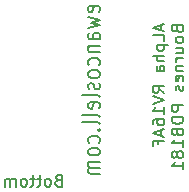
<source format=gbr>
%TF.GenerationSoftware,KiCad,Pcbnew,7.0.10*%
%TF.CreationDate,2024-03-20T18:31:23+01:00*%
%TF.ProjectId,ms404 pot adapter pcb,6d733430-3420-4706-9f74-206164617074,rev?*%
%TF.SameCoordinates,Original*%
%TF.FileFunction,Legend,Bot*%
%TF.FilePolarity,Positive*%
%FSLAX46Y46*%
G04 Gerber Fmt 4.6, Leading zero omitted, Abs format (unit mm)*
G04 Created by KiCad (PCBNEW 7.0.10) date 2024-03-20 18:31:23*
%MOMM*%
%LPD*%
G01*
G04 APERTURE LIST*
%ADD10C,0.150000*%
G04 APERTURE END LIST*
D10*
X102708800Y-63655741D02*
X102780228Y-63541455D01*
X102780228Y-63541455D02*
X102780228Y-63312884D01*
X102780228Y-63312884D02*
X102708800Y-63198598D01*
X102708800Y-63198598D02*
X102565942Y-63141455D01*
X102565942Y-63141455D02*
X101994514Y-63141455D01*
X101994514Y-63141455D02*
X101851657Y-63198598D01*
X101851657Y-63198598D02*
X101780228Y-63312884D01*
X101780228Y-63312884D02*
X101780228Y-63541455D01*
X101780228Y-63541455D02*
X101851657Y-63655741D01*
X101851657Y-63655741D02*
X101994514Y-63712884D01*
X101994514Y-63712884D02*
X102137371Y-63712884D01*
X102137371Y-63712884D02*
X102280228Y-63141455D01*
X101780228Y-64112883D02*
X102780228Y-64341455D01*
X102780228Y-64341455D02*
X102065942Y-64570026D01*
X102065942Y-64570026D02*
X102780228Y-64798597D01*
X102780228Y-64798597D02*
X101780228Y-65027169D01*
X102780228Y-65998598D02*
X101994514Y-65998598D01*
X101994514Y-65998598D02*
X101851657Y-65941455D01*
X101851657Y-65941455D02*
X101780228Y-65827169D01*
X101780228Y-65827169D02*
X101780228Y-65598598D01*
X101780228Y-65598598D02*
X101851657Y-65484312D01*
X102708800Y-65998598D02*
X102780228Y-65884312D01*
X102780228Y-65884312D02*
X102780228Y-65598598D01*
X102780228Y-65598598D02*
X102708800Y-65484312D01*
X102708800Y-65484312D02*
X102565942Y-65427169D01*
X102565942Y-65427169D02*
X102423085Y-65427169D01*
X102423085Y-65427169D02*
X102280228Y-65484312D01*
X102280228Y-65484312D02*
X102208800Y-65598598D01*
X102208800Y-65598598D02*
X102208800Y-65884312D01*
X102208800Y-65884312D02*
X102137371Y-65998598D01*
X101780228Y-66570026D02*
X102780228Y-66570026D01*
X101923085Y-66570026D02*
X101851657Y-66627169D01*
X101851657Y-66627169D02*
X101780228Y-66741454D01*
X101780228Y-66741454D02*
X101780228Y-66912883D01*
X101780228Y-66912883D02*
X101851657Y-67027169D01*
X101851657Y-67027169D02*
X101994514Y-67084312D01*
X101994514Y-67084312D02*
X102780228Y-67084312D01*
X102708800Y-68170026D02*
X102780228Y-68055740D01*
X102780228Y-68055740D02*
X102780228Y-67827168D01*
X102780228Y-67827168D02*
X102708800Y-67712883D01*
X102708800Y-67712883D02*
X102637371Y-67655740D01*
X102637371Y-67655740D02*
X102494514Y-67598597D01*
X102494514Y-67598597D02*
X102065942Y-67598597D01*
X102065942Y-67598597D02*
X101923085Y-67655740D01*
X101923085Y-67655740D02*
X101851657Y-67712883D01*
X101851657Y-67712883D02*
X101780228Y-67827168D01*
X101780228Y-67827168D02*
X101780228Y-68055740D01*
X101780228Y-68055740D02*
X101851657Y-68170026D01*
X102780228Y-68855739D02*
X102708800Y-68741454D01*
X102708800Y-68741454D02*
X102637371Y-68684311D01*
X102637371Y-68684311D02*
X102494514Y-68627168D01*
X102494514Y-68627168D02*
X102065942Y-68627168D01*
X102065942Y-68627168D02*
X101923085Y-68684311D01*
X101923085Y-68684311D02*
X101851657Y-68741454D01*
X101851657Y-68741454D02*
X101780228Y-68855739D01*
X101780228Y-68855739D02*
X101780228Y-69027168D01*
X101780228Y-69027168D02*
X101851657Y-69141454D01*
X101851657Y-69141454D02*
X101923085Y-69198597D01*
X101923085Y-69198597D02*
X102065942Y-69255739D01*
X102065942Y-69255739D02*
X102494514Y-69255739D01*
X102494514Y-69255739D02*
X102637371Y-69198597D01*
X102637371Y-69198597D02*
X102708800Y-69141454D01*
X102708800Y-69141454D02*
X102780228Y-69027168D01*
X102780228Y-69027168D02*
X102780228Y-68855739D01*
X102708800Y-69712882D02*
X102780228Y-69827168D01*
X102780228Y-69827168D02*
X102780228Y-70055739D01*
X102780228Y-70055739D02*
X102708800Y-70170025D01*
X102708800Y-70170025D02*
X102565942Y-70227168D01*
X102565942Y-70227168D02*
X102494514Y-70227168D01*
X102494514Y-70227168D02*
X102351657Y-70170025D01*
X102351657Y-70170025D02*
X102280228Y-70055739D01*
X102280228Y-70055739D02*
X102280228Y-69884311D01*
X102280228Y-69884311D02*
X102208800Y-69770025D01*
X102208800Y-69770025D02*
X102065942Y-69712882D01*
X102065942Y-69712882D02*
X101994514Y-69712882D01*
X101994514Y-69712882D02*
X101851657Y-69770025D01*
X101851657Y-69770025D02*
X101780228Y-69884311D01*
X101780228Y-69884311D02*
X101780228Y-70055739D01*
X101780228Y-70055739D02*
X101851657Y-70170025D01*
X102780228Y-70912882D02*
X102708800Y-70798597D01*
X102708800Y-70798597D02*
X102565942Y-70741454D01*
X102565942Y-70741454D02*
X101280228Y-70741454D01*
X102708800Y-71827168D02*
X102780228Y-71712882D01*
X102780228Y-71712882D02*
X102780228Y-71484311D01*
X102780228Y-71484311D02*
X102708800Y-71370025D01*
X102708800Y-71370025D02*
X102565942Y-71312882D01*
X102565942Y-71312882D02*
X101994514Y-71312882D01*
X101994514Y-71312882D02*
X101851657Y-71370025D01*
X101851657Y-71370025D02*
X101780228Y-71484311D01*
X101780228Y-71484311D02*
X101780228Y-71712882D01*
X101780228Y-71712882D02*
X101851657Y-71827168D01*
X101851657Y-71827168D02*
X101994514Y-71884311D01*
X101994514Y-71884311D02*
X102137371Y-71884311D01*
X102137371Y-71884311D02*
X102280228Y-71312882D01*
X102780228Y-72570024D02*
X102708800Y-72455739D01*
X102708800Y-72455739D02*
X102565942Y-72398596D01*
X102565942Y-72398596D02*
X101280228Y-72398596D01*
X102780228Y-73198595D02*
X102708800Y-73084310D01*
X102708800Y-73084310D02*
X102565942Y-73027167D01*
X102565942Y-73027167D02*
X101280228Y-73027167D01*
X102637371Y-73655738D02*
X102708800Y-73712881D01*
X102708800Y-73712881D02*
X102780228Y-73655738D01*
X102780228Y-73655738D02*
X102708800Y-73598595D01*
X102708800Y-73598595D02*
X102637371Y-73655738D01*
X102637371Y-73655738D02*
X102780228Y-73655738D01*
X102708800Y-74741453D02*
X102780228Y-74627167D01*
X102780228Y-74627167D02*
X102780228Y-74398595D01*
X102780228Y-74398595D02*
X102708800Y-74284310D01*
X102708800Y-74284310D02*
X102637371Y-74227167D01*
X102637371Y-74227167D02*
X102494514Y-74170024D01*
X102494514Y-74170024D02*
X102065942Y-74170024D01*
X102065942Y-74170024D02*
X101923085Y-74227167D01*
X101923085Y-74227167D02*
X101851657Y-74284310D01*
X101851657Y-74284310D02*
X101780228Y-74398595D01*
X101780228Y-74398595D02*
X101780228Y-74627167D01*
X101780228Y-74627167D02*
X101851657Y-74741453D01*
X102780228Y-75427166D02*
X102708800Y-75312881D01*
X102708800Y-75312881D02*
X102637371Y-75255738D01*
X102637371Y-75255738D02*
X102494514Y-75198595D01*
X102494514Y-75198595D02*
X102065942Y-75198595D01*
X102065942Y-75198595D02*
X101923085Y-75255738D01*
X101923085Y-75255738D02*
X101851657Y-75312881D01*
X101851657Y-75312881D02*
X101780228Y-75427166D01*
X101780228Y-75427166D02*
X101780228Y-75598595D01*
X101780228Y-75598595D02*
X101851657Y-75712881D01*
X101851657Y-75712881D02*
X101923085Y-75770024D01*
X101923085Y-75770024D02*
X102065942Y-75827166D01*
X102065942Y-75827166D02*
X102494514Y-75827166D01*
X102494514Y-75827166D02*
X102637371Y-75770024D01*
X102637371Y-75770024D02*
X102708800Y-75712881D01*
X102708800Y-75712881D02*
X102780228Y-75598595D01*
X102780228Y-75598595D02*
X102780228Y-75427166D01*
X102780228Y-76341452D02*
X101780228Y-76341452D01*
X101923085Y-76341452D02*
X101851657Y-76398595D01*
X101851657Y-76398595D02*
X101780228Y-76512880D01*
X101780228Y-76512880D02*
X101780228Y-76684309D01*
X101780228Y-76684309D02*
X101851657Y-76798595D01*
X101851657Y-76798595D02*
X101994514Y-76855738D01*
X101994514Y-76855738D02*
X102780228Y-76855738D01*
X101994514Y-76855738D02*
X101851657Y-76912880D01*
X101851657Y-76912880D02*
X101780228Y-77027166D01*
X101780228Y-77027166D02*
X101780228Y-77198595D01*
X101780228Y-77198595D02*
X101851657Y-77312880D01*
X101851657Y-77312880D02*
X101994514Y-77370023D01*
X101994514Y-77370023D02*
X102780228Y-77370023D01*
X107956104Y-64754360D02*
X107956104Y-65230550D01*
X108241819Y-64659122D02*
X107241819Y-64992455D01*
X107241819Y-64992455D02*
X108241819Y-65325788D01*
X108241819Y-66135312D02*
X108241819Y-65659122D01*
X108241819Y-65659122D02*
X107241819Y-65659122D01*
X107575152Y-66468646D02*
X108575152Y-66468646D01*
X107622771Y-66468646D02*
X107575152Y-66563884D01*
X107575152Y-66563884D02*
X107575152Y-66754360D01*
X107575152Y-66754360D02*
X107622771Y-66849598D01*
X107622771Y-66849598D02*
X107670390Y-66897217D01*
X107670390Y-66897217D02*
X107765628Y-66944836D01*
X107765628Y-66944836D02*
X108051342Y-66944836D01*
X108051342Y-66944836D02*
X108146580Y-66897217D01*
X108146580Y-66897217D02*
X108194200Y-66849598D01*
X108194200Y-66849598D02*
X108241819Y-66754360D01*
X108241819Y-66754360D02*
X108241819Y-66563884D01*
X108241819Y-66563884D02*
X108194200Y-66468646D01*
X108241819Y-67373408D02*
X107241819Y-67373408D01*
X108241819Y-67801979D02*
X107718009Y-67801979D01*
X107718009Y-67801979D02*
X107622771Y-67754360D01*
X107622771Y-67754360D02*
X107575152Y-67659122D01*
X107575152Y-67659122D02*
X107575152Y-67516265D01*
X107575152Y-67516265D02*
X107622771Y-67421027D01*
X107622771Y-67421027D02*
X107670390Y-67373408D01*
X108241819Y-68706741D02*
X107718009Y-68706741D01*
X107718009Y-68706741D02*
X107622771Y-68659122D01*
X107622771Y-68659122D02*
X107575152Y-68563884D01*
X107575152Y-68563884D02*
X107575152Y-68373408D01*
X107575152Y-68373408D02*
X107622771Y-68278170D01*
X108194200Y-68706741D02*
X108241819Y-68611503D01*
X108241819Y-68611503D02*
X108241819Y-68373408D01*
X108241819Y-68373408D02*
X108194200Y-68278170D01*
X108194200Y-68278170D02*
X108098961Y-68230551D01*
X108098961Y-68230551D02*
X108003723Y-68230551D01*
X108003723Y-68230551D02*
X107908485Y-68278170D01*
X107908485Y-68278170D02*
X107860866Y-68373408D01*
X107860866Y-68373408D02*
X107860866Y-68611503D01*
X107860866Y-68611503D02*
X107813247Y-68706741D01*
X108241819Y-70516265D02*
X107765628Y-70182932D01*
X108241819Y-69944837D02*
X107241819Y-69944837D01*
X107241819Y-69944837D02*
X107241819Y-70325789D01*
X107241819Y-70325789D02*
X107289438Y-70421027D01*
X107289438Y-70421027D02*
X107337057Y-70468646D01*
X107337057Y-70468646D02*
X107432295Y-70516265D01*
X107432295Y-70516265D02*
X107575152Y-70516265D01*
X107575152Y-70516265D02*
X107670390Y-70468646D01*
X107670390Y-70468646D02*
X107718009Y-70421027D01*
X107718009Y-70421027D02*
X107765628Y-70325789D01*
X107765628Y-70325789D02*
X107765628Y-69944837D01*
X107241819Y-70801980D02*
X108241819Y-71135313D01*
X108241819Y-71135313D02*
X107241819Y-71468646D01*
X108241819Y-72325789D02*
X108241819Y-71754361D01*
X108241819Y-72040075D02*
X107241819Y-72040075D01*
X107241819Y-72040075D02*
X107384676Y-71944837D01*
X107384676Y-71944837D02*
X107479914Y-71849599D01*
X107479914Y-71849599D02*
X107527533Y-71754361D01*
X107241819Y-73182932D02*
X107241819Y-72992456D01*
X107241819Y-72992456D02*
X107289438Y-72897218D01*
X107289438Y-72897218D02*
X107337057Y-72849599D01*
X107337057Y-72849599D02*
X107479914Y-72754361D01*
X107479914Y-72754361D02*
X107670390Y-72706742D01*
X107670390Y-72706742D02*
X108051342Y-72706742D01*
X108051342Y-72706742D02*
X108146580Y-72754361D01*
X108146580Y-72754361D02*
X108194200Y-72801980D01*
X108194200Y-72801980D02*
X108241819Y-72897218D01*
X108241819Y-72897218D02*
X108241819Y-73087694D01*
X108241819Y-73087694D02*
X108194200Y-73182932D01*
X108194200Y-73182932D02*
X108146580Y-73230551D01*
X108146580Y-73230551D02*
X108051342Y-73278170D01*
X108051342Y-73278170D02*
X107813247Y-73278170D01*
X107813247Y-73278170D02*
X107718009Y-73230551D01*
X107718009Y-73230551D02*
X107670390Y-73182932D01*
X107670390Y-73182932D02*
X107622771Y-73087694D01*
X107622771Y-73087694D02*
X107622771Y-72897218D01*
X107622771Y-72897218D02*
X107670390Y-72801980D01*
X107670390Y-72801980D02*
X107718009Y-72754361D01*
X107718009Y-72754361D02*
X107813247Y-72706742D01*
X107956104Y-73659123D02*
X107956104Y-74135313D01*
X108241819Y-73563885D02*
X107241819Y-73897218D01*
X107241819Y-73897218D02*
X108241819Y-74230551D01*
X107718009Y-74897218D02*
X107718009Y-74563885D01*
X108241819Y-74563885D02*
X107241819Y-74563885D01*
X107241819Y-74563885D02*
X107241819Y-75040075D01*
X109328009Y-65135312D02*
X109375628Y-65278169D01*
X109375628Y-65278169D02*
X109423247Y-65325788D01*
X109423247Y-65325788D02*
X109518485Y-65373407D01*
X109518485Y-65373407D02*
X109661342Y-65373407D01*
X109661342Y-65373407D02*
X109756580Y-65325788D01*
X109756580Y-65325788D02*
X109804200Y-65278169D01*
X109804200Y-65278169D02*
X109851819Y-65182931D01*
X109851819Y-65182931D02*
X109851819Y-64801979D01*
X109851819Y-64801979D02*
X108851819Y-64801979D01*
X108851819Y-64801979D02*
X108851819Y-65135312D01*
X108851819Y-65135312D02*
X108899438Y-65230550D01*
X108899438Y-65230550D02*
X108947057Y-65278169D01*
X108947057Y-65278169D02*
X109042295Y-65325788D01*
X109042295Y-65325788D02*
X109137533Y-65325788D01*
X109137533Y-65325788D02*
X109232771Y-65278169D01*
X109232771Y-65278169D02*
X109280390Y-65230550D01*
X109280390Y-65230550D02*
X109328009Y-65135312D01*
X109328009Y-65135312D02*
X109328009Y-64801979D01*
X109851819Y-65944836D02*
X109804200Y-65849598D01*
X109804200Y-65849598D02*
X109756580Y-65801979D01*
X109756580Y-65801979D02*
X109661342Y-65754360D01*
X109661342Y-65754360D02*
X109375628Y-65754360D01*
X109375628Y-65754360D02*
X109280390Y-65801979D01*
X109280390Y-65801979D02*
X109232771Y-65849598D01*
X109232771Y-65849598D02*
X109185152Y-65944836D01*
X109185152Y-65944836D02*
X109185152Y-66087693D01*
X109185152Y-66087693D02*
X109232771Y-66182931D01*
X109232771Y-66182931D02*
X109280390Y-66230550D01*
X109280390Y-66230550D02*
X109375628Y-66278169D01*
X109375628Y-66278169D02*
X109661342Y-66278169D01*
X109661342Y-66278169D02*
X109756580Y-66230550D01*
X109756580Y-66230550D02*
X109804200Y-66182931D01*
X109804200Y-66182931D02*
X109851819Y-66087693D01*
X109851819Y-66087693D02*
X109851819Y-65944836D01*
X109185152Y-67135312D02*
X109851819Y-67135312D01*
X109185152Y-66706741D02*
X109708961Y-66706741D01*
X109708961Y-66706741D02*
X109804200Y-66754360D01*
X109804200Y-66754360D02*
X109851819Y-66849598D01*
X109851819Y-66849598D02*
X109851819Y-66992455D01*
X109851819Y-66992455D02*
X109804200Y-67087693D01*
X109804200Y-67087693D02*
X109756580Y-67135312D01*
X109851819Y-67611503D02*
X109185152Y-67611503D01*
X109375628Y-67611503D02*
X109280390Y-67659122D01*
X109280390Y-67659122D02*
X109232771Y-67706741D01*
X109232771Y-67706741D02*
X109185152Y-67801979D01*
X109185152Y-67801979D02*
X109185152Y-67897217D01*
X109185152Y-68230551D02*
X109851819Y-68230551D01*
X109280390Y-68230551D02*
X109232771Y-68278170D01*
X109232771Y-68278170D02*
X109185152Y-68373408D01*
X109185152Y-68373408D02*
X109185152Y-68516265D01*
X109185152Y-68516265D02*
X109232771Y-68611503D01*
X109232771Y-68611503D02*
X109328009Y-68659122D01*
X109328009Y-68659122D02*
X109851819Y-68659122D01*
X109804200Y-69516265D02*
X109851819Y-69421027D01*
X109851819Y-69421027D02*
X109851819Y-69230551D01*
X109851819Y-69230551D02*
X109804200Y-69135313D01*
X109804200Y-69135313D02*
X109708961Y-69087694D01*
X109708961Y-69087694D02*
X109328009Y-69087694D01*
X109328009Y-69087694D02*
X109232771Y-69135313D01*
X109232771Y-69135313D02*
X109185152Y-69230551D01*
X109185152Y-69230551D02*
X109185152Y-69421027D01*
X109185152Y-69421027D02*
X109232771Y-69516265D01*
X109232771Y-69516265D02*
X109328009Y-69563884D01*
X109328009Y-69563884D02*
X109423247Y-69563884D01*
X109423247Y-69563884D02*
X109518485Y-69087694D01*
X109804200Y-69944837D02*
X109851819Y-70040075D01*
X109851819Y-70040075D02*
X109851819Y-70230551D01*
X109851819Y-70230551D02*
X109804200Y-70325789D01*
X109804200Y-70325789D02*
X109708961Y-70373408D01*
X109708961Y-70373408D02*
X109661342Y-70373408D01*
X109661342Y-70373408D02*
X109566104Y-70325789D01*
X109566104Y-70325789D02*
X109518485Y-70230551D01*
X109518485Y-70230551D02*
X109518485Y-70087694D01*
X109518485Y-70087694D02*
X109470866Y-69992456D01*
X109470866Y-69992456D02*
X109375628Y-69944837D01*
X109375628Y-69944837D02*
X109328009Y-69944837D01*
X109328009Y-69944837D02*
X109232771Y-69992456D01*
X109232771Y-69992456D02*
X109185152Y-70087694D01*
X109185152Y-70087694D02*
X109185152Y-70230551D01*
X109185152Y-70230551D02*
X109232771Y-70325789D01*
X109851819Y-71563885D02*
X108851819Y-71563885D01*
X108851819Y-71563885D02*
X108851819Y-71944837D01*
X108851819Y-71944837D02*
X108899438Y-72040075D01*
X108899438Y-72040075D02*
X108947057Y-72087694D01*
X108947057Y-72087694D02*
X109042295Y-72135313D01*
X109042295Y-72135313D02*
X109185152Y-72135313D01*
X109185152Y-72135313D02*
X109280390Y-72087694D01*
X109280390Y-72087694D02*
X109328009Y-72040075D01*
X109328009Y-72040075D02*
X109375628Y-71944837D01*
X109375628Y-71944837D02*
X109375628Y-71563885D01*
X109851819Y-72563885D02*
X108851819Y-72563885D01*
X108851819Y-72563885D02*
X108851819Y-72801980D01*
X108851819Y-72801980D02*
X108899438Y-72944837D01*
X108899438Y-72944837D02*
X108994676Y-73040075D01*
X108994676Y-73040075D02*
X109089914Y-73087694D01*
X109089914Y-73087694D02*
X109280390Y-73135313D01*
X109280390Y-73135313D02*
X109423247Y-73135313D01*
X109423247Y-73135313D02*
X109613723Y-73087694D01*
X109613723Y-73087694D02*
X109708961Y-73040075D01*
X109708961Y-73040075D02*
X109804200Y-72944837D01*
X109804200Y-72944837D02*
X109851819Y-72801980D01*
X109851819Y-72801980D02*
X109851819Y-72563885D01*
X109328009Y-73897218D02*
X109375628Y-74040075D01*
X109375628Y-74040075D02*
X109423247Y-74087694D01*
X109423247Y-74087694D02*
X109518485Y-74135313D01*
X109518485Y-74135313D02*
X109661342Y-74135313D01*
X109661342Y-74135313D02*
X109756580Y-74087694D01*
X109756580Y-74087694D02*
X109804200Y-74040075D01*
X109804200Y-74040075D02*
X109851819Y-73944837D01*
X109851819Y-73944837D02*
X109851819Y-73563885D01*
X109851819Y-73563885D02*
X108851819Y-73563885D01*
X108851819Y-73563885D02*
X108851819Y-73897218D01*
X108851819Y-73897218D02*
X108899438Y-73992456D01*
X108899438Y-73992456D02*
X108947057Y-74040075D01*
X108947057Y-74040075D02*
X109042295Y-74087694D01*
X109042295Y-74087694D02*
X109137533Y-74087694D01*
X109137533Y-74087694D02*
X109232771Y-74040075D01*
X109232771Y-74040075D02*
X109280390Y-73992456D01*
X109280390Y-73992456D02*
X109328009Y-73897218D01*
X109328009Y-73897218D02*
X109328009Y-73563885D01*
X109851819Y-75087694D02*
X109851819Y-74516266D01*
X109851819Y-74801980D02*
X108851819Y-74801980D01*
X108851819Y-74801980D02*
X108994676Y-74706742D01*
X108994676Y-74706742D02*
X109089914Y-74611504D01*
X109089914Y-74611504D02*
X109137533Y-74516266D01*
X109280390Y-75659123D02*
X109232771Y-75563885D01*
X109232771Y-75563885D02*
X109185152Y-75516266D01*
X109185152Y-75516266D02*
X109089914Y-75468647D01*
X109089914Y-75468647D02*
X109042295Y-75468647D01*
X109042295Y-75468647D02*
X108947057Y-75516266D01*
X108947057Y-75516266D02*
X108899438Y-75563885D01*
X108899438Y-75563885D02*
X108851819Y-75659123D01*
X108851819Y-75659123D02*
X108851819Y-75849599D01*
X108851819Y-75849599D02*
X108899438Y-75944837D01*
X108899438Y-75944837D02*
X108947057Y-75992456D01*
X108947057Y-75992456D02*
X109042295Y-76040075D01*
X109042295Y-76040075D02*
X109089914Y-76040075D01*
X109089914Y-76040075D02*
X109185152Y-75992456D01*
X109185152Y-75992456D02*
X109232771Y-75944837D01*
X109232771Y-75944837D02*
X109280390Y-75849599D01*
X109280390Y-75849599D02*
X109280390Y-75659123D01*
X109280390Y-75659123D02*
X109328009Y-75563885D01*
X109328009Y-75563885D02*
X109375628Y-75516266D01*
X109375628Y-75516266D02*
X109470866Y-75468647D01*
X109470866Y-75468647D02*
X109661342Y-75468647D01*
X109661342Y-75468647D02*
X109756580Y-75516266D01*
X109756580Y-75516266D02*
X109804200Y-75563885D01*
X109804200Y-75563885D02*
X109851819Y-75659123D01*
X109851819Y-75659123D02*
X109851819Y-75849599D01*
X109851819Y-75849599D02*
X109804200Y-75944837D01*
X109804200Y-75944837D02*
X109756580Y-75992456D01*
X109756580Y-75992456D02*
X109661342Y-76040075D01*
X109661342Y-76040075D02*
X109470866Y-76040075D01*
X109470866Y-76040075D02*
X109375628Y-75992456D01*
X109375628Y-75992456D02*
X109328009Y-75944837D01*
X109328009Y-75944837D02*
X109280390Y-75849599D01*
X109851819Y-76992456D02*
X109851819Y-76421028D01*
X109851819Y-76706742D02*
X108851819Y-76706742D01*
X108851819Y-76706742D02*
X108994676Y-76611504D01*
X108994676Y-76611504D02*
X109089914Y-76516266D01*
X109089914Y-76516266D02*
X109137533Y-76421028D01*
X99253487Y-77933609D02*
X99110630Y-77981228D01*
X99110630Y-77981228D02*
X99063011Y-78028847D01*
X99063011Y-78028847D02*
X99015392Y-78124085D01*
X99015392Y-78124085D02*
X99015392Y-78266942D01*
X99015392Y-78266942D02*
X99063011Y-78362180D01*
X99063011Y-78362180D02*
X99110630Y-78409800D01*
X99110630Y-78409800D02*
X99205868Y-78457419D01*
X99205868Y-78457419D02*
X99586820Y-78457419D01*
X99586820Y-78457419D02*
X99586820Y-77457419D01*
X99586820Y-77457419D02*
X99253487Y-77457419D01*
X99253487Y-77457419D02*
X99158249Y-77505038D01*
X99158249Y-77505038D02*
X99110630Y-77552657D01*
X99110630Y-77552657D02*
X99063011Y-77647895D01*
X99063011Y-77647895D02*
X99063011Y-77743133D01*
X99063011Y-77743133D02*
X99110630Y-77838371D01*
X99110630Y-77838371D02*
X99158249Y-77885990D01*
X99158249Y-77885990D02*
X99253487Y-77933609D01*
X99253487Y-77933609D02*
X99586820Y-77933609D01*
X98443963Y-78457419D02*
X98539201Y-78409800D01*
X98539201Y-78409800D02*
X98586820Y-78362180D01*
X98586820Y-78362180D02*
X98634439Y-78266942D01*
X98634439Y-78266942D02*
X98634439Y-77981228D01*
X98634439Y-77981228D02*
X98586820Y-77885990D01*
X98586820Y-77885990D02*
X98539201Y-77838371D01*
X98539201Y-77838371D02*
X98443963Y-77790752D01*
X98443963Y-77790752D02*
X98301106Y-77790752D01*
X98301106Y-77790752D02*
X98205868Y-77838371D01*
X98205868Y-77838371D02*
X98158249Y-77885990D01*
X98158249Y-77885990D02*
X98110630Y-77981228D01*
X98110630Y-77981228D02*
X98110630Y-78266942D01*
X98110630Y-78266942D02*
X98158249Y-78362180D01*
X98158249Y-78362180D02*
X98205868Y-78409800D01*
X98205868Y-78409800D02*
X98301106Y-78457419D01*
X98301106Y-78457419D02*
X98443963Y-78457419D01*
X97824915Y-77790752D02*
X97443963Y-77790752D01*
X97682058Y-77457419D02*
X97682058Y-78314561D01*
X97682058Y-78314561D02*
X97634439Y-78409800D01*
X97634439Y-78409800D02*
X97539201Y-78457419D01*
X97539201Y-78457419D02*
X97443963Y-78457419D01*
X97253486Y-77790752D02*
X96872534Y-77790752D01*
X97110629Y-77457419D02*
X97110629Y-78314561D01*
X97110629Y-78314561D02*
X97063010Y-78409800D01*
X97063010Y-78409800D02*
X96967772Y-78457419D01*
X96967772Y-78457419D02*
X96872534Y-78457419D01*
X96396343Y-78457419D02*
X96491581Y-78409800D01*
X96491581Y-78409800D02*
X96539200Y-78362180D01*
X96539200Y-78362180D02*
X96586819Y-78266942D01*
X96586819Y-78266942D02*
X96586819Y-77981228D01*
X96586819Y-77981228D02*
X96539200Y-77885990D01*
X96539200Y-77885990D02*
X96491581Y-77838371D01*
X96491581Y-77838371D02*
X96396343Y-77790752D01*
X96396343Y-77790752D02*
X96253486Y-77790752D01*
X96253486Y-77790752D02*
X96158248Y-77838371D01*
X96158248Y-77838371D02*
X96110629Y-77885990D01*
X96110629Y-77885990D02*
X96063010Y-77981228D01*
X96063010Y-77981228D02*
X96063010Y-78266942D01*
X96063010Y-78266942D02*
X96110629Y-78362180D01*
X96110629Y-78362180D02*
X96158248Y-78409800D01*
X96158248Y-78409800D02*
X96253486Y-78457419D01*
X96253486Y-78457419D02*
X96396343Y-78457419D01*
X95634438Y-78457419D02*
X95634438Y-77790752D01*
X95634438Y-77885990D02*
X95586819Y-77838371D01*
X95586819Y-77838371D02*
X95491581Y-77790752D01*
X95491581Y-77790752D02*
X95348724Y-77790752D01*
X95348724Y-77790752D02*
X95253486Y-77838371D01*
X95253486Y-77838371D02*
X95205867Y-77933609D01*
X95205867Y-77933609D02*
X95205867Y-78457419D01*
X95205867Y-77933609D02*
X95158248Y-77838371D01*
X95158248Y-77838371D02*
X95063010Y-77790752D01*
X95063010Y-77790752D02*
X94920153Y-77790752D01*
X94920153Y-77790752D02*
X94824914Y-77838371D01*
X94824914Y-77838371D02*
X94777295Y-77933609D01*
X94777295Y-77933609D02*
X94777295Y-78457419D01*
M02*

</source>
